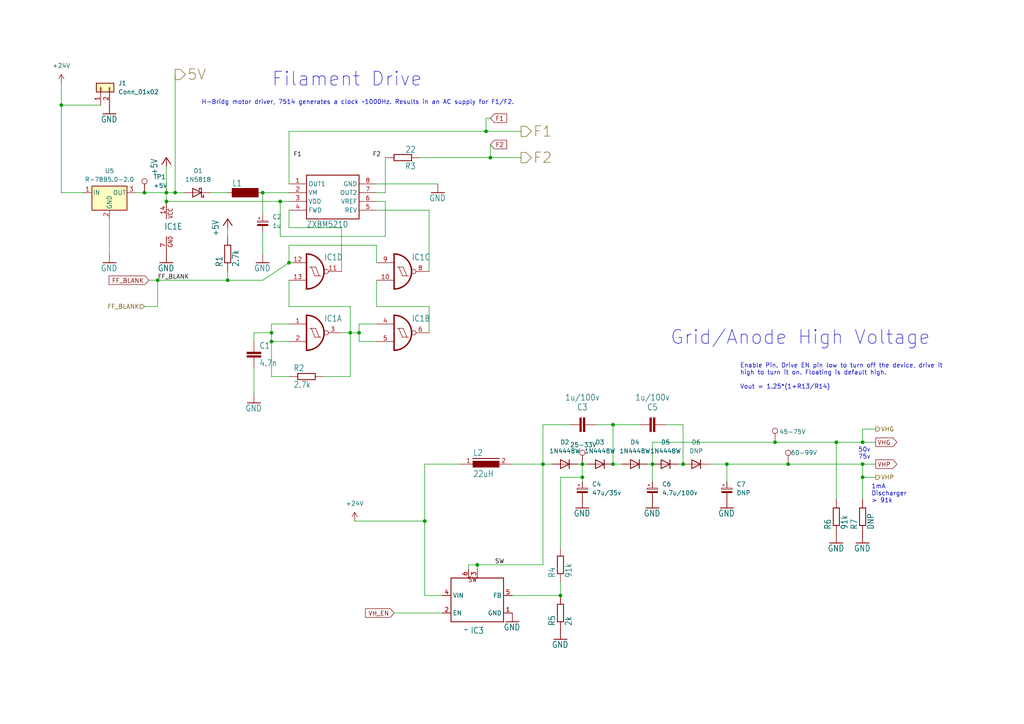
<source format=kicad_sch>
(kicad_sch (version 20231120) (generator "eeschema") (generator_version "8.0")
  (paper "A4")
  (lib_symbols
    (symbol "Connector:TestPoint" (pin_numbers hide) (pin_names (offset 0.762) hide)
      (property "Reference" "TP" (at 0 6.858 0))
      (property "Value" "TestPoint" (at 0 5.08 0))
      (symbol "TestPoint_0_1"
        (circle (center 0 3.302) (radius 0.762))
      )
      (symbol "TestPoint_1_1"
        (pin passive line (at 0 0 90) (length 2.54) (name "1") (number "1"))
      )
    )
    (symbol "Connector_Generic:Conn_01x02" (pin_names (offset 1.016) hide)
      (property "Reference" "J" (at 0 2.54 0))
      (property "Value" "Conn_01x02" (at 0 -5.08 0))
      (symbol "Conn_01x02_1_1"
        (rectangle (start -1.27 -2.413) (end 0 -2.667) (stroke (width 0.1524)))
        (rectangle (start -1.27 0.127) (end 0 -0.127) (stroke (width 0.1524)))
        (rectangle (start -1.27 1.27) (end 1.27 -3.81) (stroke (width 0.254)) (fill (type background)))
        (pin passive line (at -5.08 0 0) (length 3.81) (name "Pin_1") (number "1"))
        (pin passive line (at -5.08 -2.54 0) (length 3.81) (name "Pin_2") (number "2"))
      )
    )
    (symbol "Device:C_Polarized_Small" (pin_numbers hide) (pin_names (offset 0.254) hide)
      (property "Reference" "C" (at 0.254 1.778 0))
      (property "Value" "C_Polarized_Small" (at 0.254 -2.032 0))
      (symbol "C_Polarized_Small_0_1"
        (rectangle (start -1.524 -0.3048) (end 1.524 -0.6858) (fill (type outline)))
        (rectangle (start -1.524 0.6858) (end 1.524 0.3048))
        (polyline (pts (xy -1.27 1.524) (xy -0.762 1.524)))
        (polyline (pts (xy -1.016 1.27) (xy -1.016 1.778)))
      )
      (symbol "C_Polarized_Small_1_1"
        (pin passive line (at 0 2.54 270) (length 1.8542) (name "~") (number "1"))
        (pin passive line (at 0 -2.54 90) (length 1.8542) (name "~") (number "2"))
      )
    )
    (symbol "Diode:1N4448W" (pin_numbers hide) (pin_names hide)
      (property "Reference" "D" (at 0 2.54 0))
      (property "Value" "1N4448W" (at 0 -2.54 0))
      (symbol "1N4448W_0_1"
        (polyline (pts (xy -1.27 1.27) (xy -1.27 -1.27)) (stroke (width 0.254)))
        (polyline (pts (xy 1.27 0) (xy -1.27 0)))
        (polyline (pts (xy 1.27 1.27) (xy 1.27 -1.27) (xy -1.27 0) (xy 1.27 1.27)) (stroke (width 0.254)))
      )
      (symbol "1N4448W_1_1"
        (pin passive line (at -3.81 0 0) (length 2.54) (name "K") (number "1"))
        (pin passive line (at 3.81 0 180) (length 2.54) (name "A") (number "2"))
      )
    )
    (symbol "Diode:1N5818" (pin_numbers hide) (pin_names (offset 1.016) hide)
      (property "Reference" "D" (at 0 2.54 0))
      (property "Value" "1N5818" (at 0 -2.54 0))
      (symbol "1N5818_0_1"
        (polyline (pts (xy 1.27 0) (xy -1.27 0)))
        (polyline (pts (xy 1.27 1.27) (xy 1.27 -1.27) (xy -1.27 0) (xy 1.27 1.27)) (stroke (width 0.254)))
        (polyline (pts (xy -1.905 0.635) (xy -1.905 1.27) (xy -1.27 1.27) (xy -1.27 -1.27) (xy -0.635 -1.27) (xy -0.635 -0.635)) (stroke (width 0.254)))
      )
      (symbol "1N5818_1_1"
        (pin passive line (at -3.81 0 0) (length 2.54) (name "K") (number "1"))
        (pin passive line (at 3.81 0 180) (length 2.54) (name "A") (number "2"))
      )
    )
    (symbol "Regulator_Switching:R-78B5.0-2.0" (pin_names (offset 0.254))
      (property "Reference" "U" (at -3.81 3.175 0))
      (property "Value" "R-78B5.0-2.0" (at 0 3.175 0))
      (symbol "R-78B5.0-2.0_0_1"
        (rectangle (start -5.08 1.905) (end 5.08 -5.08) (stroke (width 0.254)) (fill (type background)))
      )
      (symbol "R-78B5.0-2.0_1_1"
        (pin power_in line (at -7.62 0 0) (length 2.54) (name "IN") (number "1"))
        (pin power_in line (at 0 -7.62 90) (length 2.54) (name "GND") (number "2"))
        (pin power_out line (at 7.62 0 180) (length 2.54) (name "OUT") (number "3"))
      )
    )
    (symbol "VFD-Power-eagle-import:+5V" (power)
      (property "Value" "+5V" (at -2.54 -5.08 90))
      (symbol "+5V_1_0"
        (polyline (pts (xy 0 0) (xy -1.27 -1.905)) (stroke (width 0.254)))
        (polyline (pts (xy 1.27 -1.905) (xy 0 0)) (stroke (width 0.254)))
        (pin power_in line (at 0 -2.54 90) (length 2.54) (name "+5V") (number "1"))
      )
    )
    (symbol "VFD-Power-eagle-import:74132D"
      (property "Reference" "IC" (at -0.635 -0.635 0))
      (symbol "74132D_1_0"
        (arc (start -2.54 -5.08) (mid 2.5179 0) (end -2.54 5.08) (stroke (width 0.4064)))
        (polyline (pts (xy -2.54 5.08) (xy -2.54 -5.08)) (stroke (width 0.4064)))
        (polyline (pts (xy -1.651 1.27) (xy -1.143 1.27)) (stroke (width 0.1524)))
        (polyline (pts (xy -1.143 1.27) (xy 0.127 1.27)) (stroke (width 0.1524)))
        (polyline (pts (xy -0.127 -1.27) (xy -1.143 1.27)) (stroke (width 0.1524)))
        (polyline (pts (xy -0.127 -1.27) (xy 1.143 -1.27)) (stroke (width 0.1524)))
        (polyline (pts (xy 1.143 -1.27) (xy 0.127 1.27)) (stroke (width 0.1524)))
        (polyline (pts (xy 1.143 -1.27) (xy 1.651 -1.27)) (stroke (width 0.1524)))
        (pin input line (at -7.62 2.54 0) (length 5.08) (name "I0") (number "1"))
        (pin input line (at -7.62 -2.54 0) (length 5.08) (name "I1") (number "2"))
        (pin output inverted (at 7.62 0 180) (length 5.08) (name "O") (number "3"))
      )
      (symbol "74132D_2_0"
        (arc (start -2.54 -5.08) (mid 2.5179 0) (end -2.54 5.08) (stroke (width 0.4064)))
        (polyline (pts (xy -2.54 5.08) (xy -2.54 -5.08)) (stroke (width 0.4064)))
        (polyline (pts (xy -1.651 1.27) (xy -1.143 1.27)) (stroke (width 0.1524)))
        (polyline (pts (xy -1.143 1.27) (xy 0.127 1.27)) (stroke (width 0.1524)))
        (polyline (pts (xy -0.127 -1.27) (xy -1.143 1.27)) (stroke (width 0.1524)))
        (polyline (pts (xy -0.127 -1.27) (xy 1.143 -1.27)) (stroke (width 0.1524)))
        (polyline (pts (xy 1.143 -1.27) (xy 0.127 1.27)) (stroke (width 0.1524)))
        (polyline (pts (xy 1.143 -1.27) (xy 1.651 -1.27)) (stroke (width 0.1524)))
        (pin input line (at -7.62 2.54 0) (length 5.08) (name "I0") (number "4"))
        (pin input line (at -7.62 -2.54 0) (length 5.08) (name "I1") (number "5"))
        (pin output inverted (at 7.62 0 180) (length 5.08) (name "O") (number "6"))
      )
      (symbol "74132D_3_0"
        (arc (start -2.54 -5.08) (mid 2.5179 0) (end -2.54 5.08) (stroke (width 0.4064)))
        (polyline (pts (xy -2.54 5.08) (xy -2.54 -5.08)) (stroke (width 0.4064)))
        (polyline (pts (xy -1.651 1.27) (xy -1.143 1.27)) (stroke (width 0.1524)))
        (polyline (pts (xy -1.143 1.27) (xy 0.127 1.27)) (stroke (width 0.1524)))
        (polyline (pts (xy -0.127 -1.27) (xy -1.143 1.27)) (stroke (width 0.1524)))
        (polyline (pts (xy -0.127 -1.27) (xy 1.143 -1.27)) (stroke (width 0.1524)))
        (polyline (pts (xy 1.143 -1.27) (xy 0.127 1.27)) (stroke (width 0.1524)))
        (polyline (pts (xy 1.143 -1.27) (xy 1.651 -1.27)) (stroke (width 0.1524)))
        (pin input line (at -7.62 -2.54 0) (length 5.08) (name "I1") (number "10"))
        (pin output inverted (at 7.62 0 180) (length 5.08) (name "O") (number "8"))
        (pin input line (at -7.62 2.54 0) (length 5.08) (name "I0") (number "9"))
      )
      (symbol "74132D_4_0"
        (arc (start -2.54 -5.08) (mid 2.5179 0) (end -2.54 5.08) (stroke (width 0.4064)))
        (polyline (pts (xy -2.54 5.08) (xy -2.54 -5.08)) (stroke (width 0.4064)))
        (polyline (pts (xy -1.651 1.27) (xy -1.143 1.27)) (stroke (width 0.1524)))
        (polyline (pts (xy -1.143 1.27) (xy 0.127 1.27)) (stroke (width 0.1524)))
        (polyline (pts (xy -0.127 -1.27) (xy -1.143 1.27)) (stroke (width 0.1524)))
        (polyline (pts (xy -0.127 -1.27) (xy 1.143 -1.27)) (stroke (width 0.1524)))
        (polyline (pts (xy 1.143 -1.27) (xy 0.127 1.27)) (stroke (width 0.1524)))
        (polyline (pts (xy 1.143 -1.27) (xy 1.651 -1.27)) (stroke (width 0.1524)))
        (pin output inverted (at 7.62 0 180) (length 5.08) (name "O") (number "11"))
        (pin input line (at -7.62 2.54 0) (length 5.08) (name "I0") (number "12"))
        (pin input line (at -7.62 -2.54 0) (length 5.08) (name "I1") (number "13"))
      )
      (symbol "74132D_5_0"
        (text "GND" (at 1.905 -5.842 900) (effects (font (size 1.27 1.0795)) (justify left bottom)))
        (text "VCC" (at 1.905 2.54 900) (effects (font (size 1.27 1.0795)) (justify left bottom)))
        (pin power_in line (at 0 7.62 270) (length 5.08) (name "VCC") (number "14"))
        (pin power_in line (at 0 -7.62 90) (length 5.08) (name "GND") (number "7"))
      )
    )
    (symbol "VFD-Power-eagle-import:C-EUC1206"
      (property "Reference" "C" (at 1.524 0.381 0))
      (symbol "C-EUC1206_1_0"
        (rectangle (start -2.032 -2.032) (end 2.032 -1.524) (fill (type outline)))
        (rectangle (start -2.032 -1.016) (end 2.032 -0.508) (fill (type outline)))
        (polyline (pts (xy 0 -2.54) (xy 0 -2.032)) (stroke (width 0.1524)))
        (polyline (pts (xy 0 0) (xy 0 -0.508)) (stroke (width 0.1524)))
        (pin passive line (at 0 2.54 270) (length 2.54) (name "1") (number "1"))
        (pin passive line (at 0 -5.08 90) (length 2.54) (name "2") (number "2"))
      )
    )
    (symbol "VFD-Power-eagle-import:DR125"
      (property "Reference" "L" (at -3.81 2.286 0))
      (symbol "DR125_1_0"
        (rectangle (start -3.81 -0.889) (end 3.81 0.889) (fill (type outline)))
        (polyline (pts (xy -3.81 1.651) (xy 3.81 1.651)) (stroke (width 0.254)))
        (pin passive line (at -7.62 0 0) (length 5.08) (name "1") (number "1"))
        (pin passive line (at 7.62 0 180) (length 5.08) (name "2") (number "2"))
      )
    )
    (symbol "VFD-Power-eagle-import:GND" (power)
      (property "Value" "GND" (at -2.54 -2.54 0))
      (symbol "GND_1_0"
        (polyline (pts (xy -1.905 0) (xy 1.905 0)) (stroke (width 0.254)))
        (pin power_in line (at 0 2.54 270) (length 2.54) (name "GND") (number "1"))
      )
    )
    (symbol "VFD-Power-eagle-import:R-EU_0411/15"
      (property "Reference" "R" (at -3.81 1.4986 0))
      (symbol "R-EU_0411/15_1_0"
        (polyline (pts (xy -2.54 -0.889) (xy -2.54 0.889)) (stroke (width 0.254)))
        (polyline (pts (xy -2.54 -0.889) (xy 2.54 -0.889)) (stroke (width 0.254)))
        (polyline (pts (xy 2.54 -0.889) (xy 2.54 0.889)) (stroke (width 0.254)))
        (polyline (pts (xy 2.54 0.889) (xy -2.54 0.889)) (stroke (width 0.254)))
        (pin passive line (at -5.08 0 0) (length 2.54) (name "1") (number "1"))
        (pin passive line (at 5.08 0 180) (length 2.54) (name "2") (number "2"))
      )
    )
    (symbol "VFD-Power-eagle-import:R-EU_R1206"
      (property "Reference" "R" (at -3.81 1.4986 0))
      (symbol "R-EU_R1206_1_0"
        (polyline (pts (xy -2.54 -0.889) (xy -2.54 0.889)) (stroke (width 0.254)))
        (polyline (pts (xy -2.54 -0.889) (xy 2.54 -0.889)) (stroke (width 0.254)))
        (polyline (pts (xy 2.54 -0.889) (xy 2.54 0.889)) (stroke (width 0.254)))
        (polyline (pts (xy 2.54 0.889) (xy -2.54 0.889)) (stroke (width 0.254)))
        (pin passive line (at -5.08 0 0) (length 2.54) (name "1") (number "1"))
        (pin passive line (at 5.08 0 180) (length 2.54) (name "2") (number "2"))
      )
    )
    (symbol "VFD-Power-eagle-import:SM-NE45"
      (property "Reference" "L" (at -3.81 1.778 0))
      (symbol "SM-NE45_1_0"
        (rectangle (start -3.81 -1.27) (end 3.81 1.27) (fill (type outline)))
        (pin passive line (at -5.08 0 0) (length 2.54) (name "1") (number "1"))
        (pin passive line (at 5.08 0 180) (length 2.54) (name "2") (number "2"))
      )
    )
    (symbol "VFD-Power-eagle-import:ZXBM5210"
      (symbol "ZXBM5210_1_0"
        (polyline (pts (xy -7.62 -7.62) (xy 7.62 -7.62)) (stroke (width 0.254)))
        (polyline (pts (xy -7.62 5.08) (xy -7.62 -7.62)) (stroke (width 0.254)))
        (polyline (pts (xy 7.62 -7.62) (xy 7.62 5.08)) (stroke (width 0.254)))
        (polyline (pts (xy 7.62 5.08) (xy -7.62 5.08)) (stroke (width 0.254)))
        (pin bidirectional line (at -12.7 2.54 0) (length 5.08) (name "OUT1") (number "1"))
        (pin bidirectional line (at -12.7 0 0) (length 5.08) (name "VM") (number "2"))
        (pin bidirectional line (at -12.7 -2.54 0) (length 5.08) (name "VDD") (number "3"))
        (pin bidirectional line (at -12.7 -5.08 0) (length 5.08) (name "FWD") (number "4"))
        (pin bidirectional line (at 12.7 -5.08 180) (length 5.08) (name "REV") (number "5"))
        (pin bidirectional line (at 12.7 -2.54 180) (length 5.08) (name "VREF") (number "6"))
        (pin bidirectional line (at 12.7 0 180) (length 5.08) (name "OUT2") (number "7"))
        (pin bidirectional line (at 12.7 2.54 180) (length 5.08) (name "GND") (number "8"))
      )
    )
    (symbol "VFD-Power:C-EUC1206"
      (property "Reference" "C" (at 1.524 0.381 0))
      (symbol "C-EUC1206_1_0"
        (rectangle (start -2.032 -2.032) (end 2.032 -1.524) (fill (type outline)))
        (rectangle (start -2.032 -1.016) (end 2.032 -0.508) (fill (type outline)))
        (polyline (pts (xy 0 -2.54) (xy 0 -2.032)) (stroke (width 0.1524)))
        (polyline (pts (xy 0 0) (xy 0 -0.508)) (stroke (width 0.1524)))
        (pin passive line (at 0 2.54 270) (length 2.54) (name "1") (number "1"))
        (pin passive line (at 0 -5.08 90) (length 2.54) (name "2") (number "2"))
      )
    )
    (symbol "VFD-Power:XL6009"
      (property "Reference" "IC" (at -7.62 6.35 0))
      (symbol "XL6009_1_0"
        (polyline (pts (xy -7.62 -7.62) (xy -7.62 5.08)) (stroke (width 0.254)))
        (polyline (pts (xy -7.62 5.08) (xy 7.62 5.08)) (stroke (width 0.254)))
        (polyline (pts (xy 7.62 -7.62) (xy -7.62 -7.62)) (stroke (width 0.254)))
        (polyline (pts (xy 7.62 5.08) (xy 7.62 -7.62)) (stroke (width 0.254)))
        (text "SW" (at 0 -6.35 0) (effects (font (size 1.4224 1.209)) (justify left bottom)))
        (pin input line (at -10.16 2.54 0) (length 2.54) (name "GND") (number "1"))
        (pin output line (at 10.16 2.54 180) (length 2.54) (name "EN") (number "2"))
        (pin power_in line (at 0 -10.16 90) (length 2.54) (name "SW") (number "3"))
        (pin input line (at 10.16 -2.54 180) (length 2.54) (name "VIN") (number "4"))
        (pin input line (at -10.16 -2.54 0) (length 2.54) (name "FB") (number "5"))
        (pin power_in line (at 2.54 -10.16 90) (length 2.54) (name "SW@1") (number "6"))
      )
    )
    (symbol "power:+24V" (power) (pin_names (offset 0))
      (property "Value" "+24V" (at 0 3.556 0))
      (symbol "+24V_0_1"
        (polyline (pts (xy -0.762 1.27) (xy 0 2.54)))
        (polyline (pts (xy 0 0) (xy 0 2.54)))
        (polyline (pts (xy 0 2.54) (xy 0.762 1.27)))
      )
      (symbol "+24V_1_1"
        (pin power_in line (at 0 0 90) (length 0) hide (name "+24V") (number "1"))
      )
    )
  )
  (junction (at 250.19 128.27))
  (junction (at 104.14 96.52))
  (junction (at 78.74 96.52))
  (junction (at 48.26 55.88))
  (junction (at 242.57 128.27))
  (junction (at 140.97 38.1))
  (junction (at 17.78 30.48))
  (junction (at 45.72 81.28))
  (junction (at 177.8 134.62))
  (junction (at 76.2 55.88))
  (junction (at 250.19 138.43))
  (junction (at 210.82 134.62))
  (junction (at 41.91 55.88))
  (junction (at 162.56 172.72))
  (junction (at 228.6 134.62))
  (junction (at 66.04 81.28))
  (junction (at 168.91 134.62))
  (junction (at 224.79 128.27))
  (junction (at 250.19 134.62))
  (junction (at 101.6 96.52))
  (junction (at 50.8 55.88))
  (junction (at 142.24 45.72))
  (junction (at 123.19 151.13))
  (junction (at 177.8 123.19))
  (junction (at 138.43 163.83))
  (junction (at 81.28 58.42))
  (junction (at 157.48 134.62))
  (junction (at 83.82 76.2))
  (junction (at 168.91 138.43))
  (junction (at 198.12 134.62))
  (junction (at 78.74 99.06))
  (junction (at 189.23 134.62))
  (junction (at 48.26 58.42))
  (wire (pts (xy 189.23 128.27) (xy 189.23 134.62)))
  (wire (pts (xy 76.2 67.31) (xy 76.2 73.66)) (stroke (width 0.1524)))
  (wire (pts (xy 165.1 123.19) (xy 157.48 123.19)))
  (wire (pts (xy 124.46 60.96) (xy 109.22 60.96)) (stroke (width 0.1524)))
  (wire (pts (xy 142.24 45.72) (xy 151.13 45.72)))
  (wire (pts (xy 78.74 109.22) (xy 78.74 99.06)) (stroke (width 0.1524)))
  (wire (pts (xy 104.14 96.52) (xy 101.6 96.52)) (stroke (width 0.1524)))
  (wire (pts (xy 60.96 55.88) (xy 66.04 55.88)))
  (wire (pts (xy 198.12 134.62) (xy 196.85 134.62)))
  (wire (pts (xy 205.74 134.62) (xy 210.82 134.62)))
  (wire (pts (xy 109.22 99.06) (xy 104.14 99.06)) (stroke (width 0.1524)))
  (wire (pts (xy 162.56 158.75) (xy 162.56 138.43)))
  (wire (pts (xy 45.72 88.9) (xy 45.72 81.28)))
  (wire (pts (xy 198.12 123.19) (xy 198.12 134.62)))
  (wire (pts (xy 50.8 21.59) (xy 50.8 55.88)))
  (wire (pts (xy 76.2 55.88) (xy 83.82 55.88)) (stroke (width 0.1524)))
  (wire (pts (xy 172.72 123.19) (xy 177.8 123.19)))
  (wire (pts (xy 41.91 55.88) (xy 48.26 55.88)))
  (wire (pts (xy 83.82 93.98) (xy 78.74 93.98)) (stroke (width 0.1524)))
  (wire (pts (xy 109.22 81.28) (xy 109.22 88.9)) (stroke (width 0.1524)))
  (wire (pts (xy 99.06 66.04) (xy 99.06 78.74)) (stroke (width 0.1524)))
  (wire (pts (xy 170.18 134.62) (xy 168.91 134.62)))
  (wire (pts (xy 210.82 134.62) (xy 228.6 134.62)))
  (wire (pts (xy 81.28 58.42) (xy 83.82 58.42)) (stroke (width 0.1524)))
  (wire (pts (xy 140.97 34.29) (xy 140.97 38.1)))
  (wire (pts (xy 109.22 53.34) (xy 127 53.34)) (stroke (width 0.1524)))
  (wire (pts (xy 148.59 134.62) (xy 157.48 134.62)))
  (wire (pts (xy 109.22 71.12) (xy 83.82 71.12)) (stroke (width 0.1524)))
  (wire (pts (xy 148.59 172.72) (xy 162.56 172.72)))
  (wire (pts (xy 50.8 55.88) (xy 53.34 55.88)))
  (wire (pts (xy 17.78 30.48) (xy 17.78 55.88)))
  (wire (pts (xy 17.78 24.13) (xy 17.78 30.48)))
  (wire (pts (xy 109.22 88.9) (xy 124.46 88.9)) (stroke (width 0.1524)))
  (wire (pts (xy 48.26 55.88) (xy 48.26 54.61)))
  (wire (pts (xy 66.04 78.74) (xy 66.04 81.28)) (stroke (width 0.1524)))
  (wire (pts (xy 250.19 128.27) (xy 242.57 128.27)))
  (wire (pts (xy 177.8 123.19) (xy 177.8 134.62)))
  (wire (pts (xy 250.19 138.43) (xy 254 138.43)))
  (wire (pts (xy 162.56 172.72) (xy 162.56 168.91)))
  (wire (pts (xy 81.28 68.58) (xy 81.28 58.42)) (stroke (width 0.1524)))
  (wire (pts (xy 157.48 134.62) (xy 157.48 163.83)))
  (wire (pts (xy 111.76 68.58) (xy 81.28 68.58)) (stroke (width 0.1524)))
  (wire (pts (xy 224.79 128.27) (xy 189.23 128.27)))
  (wire (pts (xy 157.48 123.19) (xy 157.48 134.62)))
  (wire (pts (xy 250.19 138.43) (xy 250.19 144.78)))
  (wire (pts (xy 180.34 134.62) (xy 177.8 134.62)))
  (wire (pts (xy 123.19 172.72) (xy 123.19 151.13)))
  (wire (pts (xy 109.22 58.42) (xy 111.76 58.42)) (stroke (width 0.1524)))
  (wire (pts (xy 73.66 99.06) (xy 73.66 96.52)) (stroke (width 0.1524)))
  (wire (pts (xy 250.19 134.62) (xy 250.19 138.43)))
  (wire (pts (xy 254 124.46) (xy 250.19 124.46)))
  (wire (pts (xy 50.8 55.88) (xy 48.26 55.88)) (stroke (width 0.1524)))
  (wire (pts (xy 17.78 30.48) (xy 29.21 30.48)))
  (wire (pts (xy 210.82 139.7) (xy 210.82 134.62)))
  (wire (pts (xy 83.82 88.9) (xy 101.6 88.9)) (stroke (width 0.1524)))
  (wire (pts (xy 83.82 38.1) (xy 83.82 53.34)))
  (wire (pts (xy 162.56 138.43) (xy 168.91 138.43)))
  (wire (pts (xy 83.82 109.22) (xy 78.74 109.22)) (stroke (width 0.1524)))
  (wire (pts (xy 111.76 58.42) (xy 111.76 68.58)) (stroke (width 0.1524)))
  (wire (pts (xy 167.64 134.62) (xy 168.91 134.62)))
  (wire (pts (xy 73.66 96.52) (xy 78.74 96.52)) (stroke (width 0.1524)))
  (wire (pts (xy 83.82 71.12) (xy 83.82 76.2)) (stroke (width 0.1524)))
  (wire (pts (xy 48.26 55.88) (xy 48.26 58.42)) (stroke (width 0.1524)))
  (wire (pts (xy 17.78 55.88) (xy 24.13 55.88)))
  (wire (pts (xy 48.26 58.42) (xy 81.28 58.42)) (stroke (width 0.1524)))
  (wire (pts (xy 41.91 88.9) (xy 45.72 88.9)))
  (wire (pts (xy 83.82 60.96) (xy 83.82 66.04)) (stroke (width 0.1524)))
  (wire (pts (xy 83.82 66.04) (xy 99.06 66.04)) (stroke (width 0.1524)))
  (wire (pts (xy 78.74 93.98) (xy 78.74 96.52)) (stroke (width 0.1524)))
  (wire (pts (xy 228.6 134.62) (xy 250.19 134.62)))
  (wire (pts (xy 76.2 62.23) (xy 76.2 55.88)) (stroke (width 0.1524)))
  (wire (pts (xy 142.24 34.29) (xy 140.97 34.29)))
  (wire (pts (xy 48.26 48.26) (xy 48.26 55.88)) (stroke (width 0.1524)))
  (wire (pts (xy 151.13 38.1) (xy 140.97 38.1)))
  (wire (pts (xy 124.46 88.9) (xy 124.46 96.52)) (stroke (width 0.1524)))
  (wire (pts (xy 135.89 165.1) (xy 135.89 163.83)))
  (wire (pts (xy 123.19 151.13) (xy 102.87 151.13)))
  (wire (pts (xy 111.76 45.72) (xy 111.76 55.88)) (stroke (width 0.1524)))
  (wire (pts (xy 104.14 99.06) (xy 104.14 96.52)) (stroke (width 0.1524)))
  (wire (pts (xy 123.19 134.62) (xy 123.19 151.13)))
  (wire (pts (xy 187.96 134.62) (xy 189.23 134.62)))
  (wire (pts (xy 73.66 114.3) (xy 73.66 106.68)) (stroke (width 0.1524)))
  (wire (pts (xy 138.43 163.83) (xy 138.43 165.1)))
  (wire (pts (xy 83.82 88.9) (xy 83.82 81.28)) (stroke (width 0.1524)))
  (wire (pts (xy 109.22 93.98) (xy 104.14 93.98)) (stroke (width 0.1524)))
  (wire (pts (xy 83.82 99.06) (xy 78.74 99.06)) (stroke (width 0.1524)))
  (wire (pts (xy 140.97 38.1) (xy 83.82 38.1)))
  (wire (pts (xy 121.92 45.72) (xy 142.24 45.72)))
  (wire (pts (xy 101.6 88.9) (xy 101.6 96.52)) (stroke (width 0.1524)))
  (wire (pts (xy 133.35 134.62) (xy 123.19 134.62)))
  (wire (pts (xy 104.14 93.98) (xy 104.14 96.52)) (stroke (width 0.1524)))
  (wire (pts (xy 66.04 81.28) (xy 45.72 81.28)) (stroke (width 0.1524)))
  (wire (pts (xy 135.89 163.83) (xy 138.43 163.83)))
  (wire (pts (xy 193.04 123.19) (xy 198.12 123.19)))
  (wire (pts (xy 99.06 96.52) (xy 101.6 96.52)) (stroke (width 0.1524)))
  (wire (pts (xy 168.91 138.43) (xy 168.91 134.62)))
  (wire (pts (xy 160.02 134.62) (xy 157.48 134.62)))
  (wire (pts (xy 142.24 41.91) (xy 142.24 45.72)))
  (wire (pts (xy 101.6 96.52) (xy 101.6 109.22)) (stroke (width 0.1524)))
  (wire (pts (xy 101.6 109.22) (xy 93.98 109.22)) (stroke (width 0.1524)))
  (wire (pts (xy 83.82 76.2) (xy 76.2 81.28)) (stroke (width 0.1524)))
  (wire (pts (xy 45.72 81.28) (xy 43.18 81.28)) (stroke (width 0.1524)))
  (wire (pts (xy 39.37 55.88) (xy 41.91 55.88)))
  (wire (pts (xy 242.57 128.27) (xy 224.79 128.27)))
  (wire (pts (xy 78.74 99.06) (xy 78.74 96.52)) (stroke (width 0.1524)))
  (wire (pts (xy 76.2 81.28) (xy 66.04 81.28)) (stroke (width 0.1524)))
  (wire (pts (xy 242.57 128.27) (xy 242.57 144.78)))
  (wire (pts (xy 124.46 78.74) (xy 124.46 60.96)) (stroke (width 0.1524)))
  (wire (pts (xy 168.91 139.7) (xy 168.91 138.43)))
  (wire (pts (xy 66.04 68.58) (xy 66.04 66.04)) (stroke (width 0.1524)))
  (wire (pts (xy 185.42 123.19) (xy 177.8 123.19)))
  (wire (pts (xy 250.19 124.46) (xy 250.19 128.27)))
  (wire (pts (xy 123.19 172.72) (xy 128.27 172.72)))
  (wire (pts (xy 111.76 55.88) (xy 109.22 55.88)) (stroke (width 0.1524)))
  (wire (pts (xy 189.23 134.62) (xy 189.23 139.7)))
  (wire (pts (xy 157.48 163.83) (xy 138.43 163.83)))
  (wire (pts (xy 114.3 177.8) (xy 128.27 177.8)))
  (wire (pts (xy 109.22 76.2) (xy 109.22 71.12)) (stroke (width 0.1524)))
  (wire (pts (xy 254 128.27) (xy 250.19 128.27)))
  (wire (pts (xy 31.75 63.5) (xy 31.75 73.66)))
  (wire (pts (xy 250.19 134.62) (xy 254 134.62)))
  (text "H-Bridg motor driver, 7514 generates a clock ~1000Hz. Results in an AC supply for F1/F2." (at 58.42 30.48 0) (effects (font (size 1.27 1.27)) (justify left bottom)))
  (text "Filament Drive" (at 78.74 25.4 0) (effects (font (size 4 4)) (justify left bottom)))
  (text "50v\n75v" (at 248.92 133.35 0) (effects (font (size 1.27 1.27)) (justify left bottom)))
  (text "Grid/Anode High Voltage" (at 194.31 100.33 0) (effects (font (size 4 4)) (justify left bottom)))
  (text "Enable Pin. Drive EN pin low to turn off the device, drive it\nhigh to turn it on. Floating is default high.\n\nVout = 1.25*(1+R13/R14)\n" (at 214.63 113.03 0) (effects (font (size 1.27 1.27)) (justify left bottom)))
  (text "1mA\nDischarger\n> 91k" (at 252.73 146.05 0) (effects (font (size 1.27 1.27)) (justify left bottom)))
  (label "F1" (at 85.09 45.72 0) (effects (font (size 1.2446 1.2446))))
  (label "FF_BLANK" (at 45.72 81.28 0) (effects (font (size 1.2446 1.2446))))
  (label "F2" (at 110.49 45.72 180) (effects (font (size 1.2446 1.2446))))
  (label "SW" (at 143.51 163.83 0))
  (global_label "VH_EN" (shape input) (at 114.3 177.8 180) (property "Intersheetrefs" "${INTERSHEET_REFS}" (effects (hide yes))))
  (global_label "F1" (shape input) (at 142.24 34.29 0) (property "Intersheetrefs" "${INTERSHEET_REFS}" (effects (hide yes))))
  (global_label "F2" (shape input) (at 142.24 41.91 0) (property "Intersheetrefs" "${INTERSHEET_REFS}" (effects (hide yes))))
  (global_label "VHP" (shape output) (at 254 134.62 0) (property "Intersheetrefs" "${INTERSHEET_REFS}" (effects (hide yes))))
  (global_label "FF_BLANK" (shape input) (at 43.18 81.28 180) (property "Intersheetrefs" "${INTERSHEET_REFS}" (effects (hide yes))))
  (global_label "VHG" (shape output) (at 254 128.27 0) (property "Intersheetrefs" "${INTERSHEET_REFS}" (effects (hide yes))))
  (hierarchical_label "F1" (shape output) (at 151.13 38.1 0) (effects (font (size 3 3))))
  (hierarchical_label "VHP" (shape output) (at 254 138.43 0))
  (hierarchical_label "FF_BLANK" (shape input) (at 41.91 88.9 180))
  (hierarchical_label "F2" (shape output) (at 151.13 45.72 0) (effects (font (size 3 3))))
  (hierarchical_label "5V" (shape output) (at 50.8 21.59 0) (effects (font (size 3 3))))
  (hierarchical_label "VHG" (shape output) (at 254 124.46 0))
  (symbol (lib_id "Connector_Generic:Conn_01x02") (at 29.21 25.4 90) (unit 1)
    (property "Reference" "J1" (at 34.29 24.1299 90) (effects (justify right)))
    (property "Value" "Conn_01x02" (at 34.29 26.6699 90) (effects (justify right)))
    (property "Footprint" "TerminalBlock_Phoenix:TerminalBlock_Phoenix_MKDS-1,5-2-5.08_1x02_P5.08mm_Horizontal" (effects (hide yes)))
    (property "Description" "Generic connector, single row, 01x02, script generated (kicad-library-utils/schlib/autogen/connector/)" (effects (hide yes)))
  )
  (symbol (lib_id "power:+24V") (at 102.87 151.13 0) (unit 1)
    (property "Reference" "#PWR015" (effects (hide yes)))
    (property "Value" "+24V" (at 102.87 146.05 0))
  )
  (symbol (lib_id "VFD-Power-eagle-import:GND") (at 73.66 116.84 0) (unit 1)
    (property "Reference" "#GND03" (effects (hide yes)))
    (property "Value" "GND" (at 71.12 119.38 0) (effects (font (size 1.778 1.5113)) (justify left bottom)))
  )
  (symbol (lib_id "Device:C_Polarized_Small") (at 189.23 142.24 0) (unit 1)
    (property "Reference" "C6" (at 192.024 140.4239 0) (effects (justify left)))
    (property "Value" "4.7u/100v" (at 192.024 142.9639 0) (effects (justify left)))
    (property "Footprint" "Capacitor_SMD:CP_Elec_6.3x5.8" (effects (hide yes)))
  )
  (symbol (lib_id "Diode:1N4448W") (at 201.93 134.62 180) (unit 1)
    (property "Reference" "D6" (at 201.93 128.27 0))
    (property "Value" "DNP" (at 201.93 130.81 0))
    (property "Footprint" "Diode_SMD:D_SOD-123" (effects (hide yes)))
    (property "Datasheet" "https://www.vishay.com/docs/85722/1n4448w.pdf" (effects (hide yes)))
    (property "Sim.Device" "D" (effects (hide yes)))
    (property "Sim.Pins" "1=K 2=A" (effects (hide yes)))
  )
  (symbol (lib_id "VFD-Power-eagle-import:GND") (at 168.91 147.32 0) (unit 1)
    (property "Reference" "#GND07" (effects (hide yes)))
    (property "Value" "GND" (at 166.37 149.86 0) (effects (font (size 1.778 1.5113)) (justify left bottom)))
  )
  (symbol (lib_id "VFD-Power-eagle-import:GND") (at 31.75 76.2 0) (unit 1)
    (property "Reference" "#GND01" (effects (hide yes)))
    (property "Value" "GND" (at 29.21 78.74 0) (effects (font (size 1.778 1.5113)) (justify left bottom)))
  )
  (symbol (lib_id "VFD-Power-eagle-import:74132D") (at 116.84 78.74 0) (unit 3)
    (property "Reference" "IC1" (at 119.38 75.565 0) (effects (font (size 1.778 1.5113)) (justify left bottom)))
    (property "Value" "74132D" (effects (hide yes)))
    (property "Footprint" "VFD-Power:SO14" (effects (hide yes)))
  )
  (symbol (lib_id "VFD-Power-eagle-import:SM-NE45") (at 71.12 55.88 0) (unit 1)
    (property "Reference" "L1" (at 67.31 54.102 0) (effects (font (size 1.778 1.5113)) (justify left bottom)))
    (property "Value" "SM-NE45" (effects (hide yes)))
    (property "Footprint" "Inductor_SMD:L_Cenker_CKCS5020" (effects (hide yes)))
  )
  (symbol (lib_id "Diode:1N4448W") (at 184.15 134.62 180) (unit 1)
    (property "Reference" "D4" (at 184.15 128.27 0))
    (property "Value" "1N4448W" (at 184.15 130.81 0))
    (property "Footprint" "Diode_SMD:D_SOD-123" (effects (hide yes)))
    (property "Datasheet" "https://www.vishay.com/docs/85722/1n4448w.pdf" (effects (hide yes)))
    (property "Sim.Device" "D" (effects (hide yes)))
    (property "Sim.Pins" "1=K 2=A" (effects (hide yes)))
  )
  (symbol (lib_id "Device:C_Polarized_Small") (at 168.91 142.24 0) (unit 1)
    (property "Reference" "C4" (at 171.704 140.4239 0) (effects (justify left)))
    (property "Value" "47u/35v" (at 171.704 142.9639 0) (effects (justify left)))
    (property "Footprint" "Capacitor_SMD:CP_Elec_6.3x5.8" (effects (hide yes)))
  )
  (symbol (lib_id "VFD-Power-eagle-import:R-EU_R1206") (at 66.04 73.66 90) (unit 1)
    (property "Reference" "R1" (at 64.5414 77.47 0) (effects (font (size 1.778 1.5113)) (justify left bottom)))
    (property "Value" "2.7k" (at 69.342 77.47 0) (effects (font (size 1.778 1.5113)) (justify left bottom)))
    (property "Footprint" "Resistor_SMD:R_0603_1608Metric_Pad0.98x0.95mm_HandSolder" (effects (hide yes)))
  )
  (symbol (lib_id "VFD-Power-eagle-import:+5V") (at 48.26 45.72 0) (unit 1)
    (property "Reference" "#P+01" (effects (hide yes)))
    (property "Value" "+5V" (at 45.72 50.8 90) (effects (font (size 1.778 1.5113)) (justify left bottom)))
  )
  (symbol (lib_id "VFD-Power-eagle-import:74132D") (at 116.84 96.52 0) (unit 2)
    (property "Reference" "IC1" (at 119.38 93.345 0) (effects (font (size 1.778 1.5113)) (justify left bottom)))
    (property "Value" "74132D" (effects (hide yes)))
    (property "Footprint" "VFD-Power:SO14" (effects (hide yes)))
  )
  (symbol (lib_id "VFD-Power-eagle-import:GND") (at 127 55.88 0) (unit 1)
    (property "Reference" "#GND05" (effects (hide yes)))
    (property "Value" "GND" (at 124.46 58.42 0) (effects (font (size 1.778 1.5113)) (justify left bottom)))
  )
  (symbol (lib_id "VFD-Power-eagle-import:GND") (at 31.75 33.02 0) (unit 1)
    (property "Reference" "#GND013" (effects (hide yes)))
    (property "Value" "GND" (at 29.21 35.56 0) (effects (font (size 1.778 1.5113)) (justify left bottom)))
  )
  (symbol (lib_id "VFD-Power-eagle-import:C-EUC1206") (at 73.66 101.6 0) (unit 1)
    (property "Reference" "C1" (at 75.184 101.219 0) (effects (font (size 1.778 1.5113)) (justify left bottom)))
    (property "Value" "4.7n" (at 75.184 106.299 0) (effects (font (size 1.778 1.5113)) (justify left bottom)))
    (property "Footprint" "VFD-Power:C1206" (effects (hide yes)))
  )
  (symbol (lib_id "VFD-Power-eagle-import:DR125") (at 140.97 134.62 0) (unit 1)
    (property "Reference" "L2" (at 137.16 132.334 0) (effects (font (size 1.778 1.5113)) (justify left bottom)))
    (property "Value" "22uH" (at 137.16 138.43 0) (effects (font (size 1.778 1.5113)) (justify left bottom)))
    (property "Footprint" "Inductor_SMD:L_Cenker_CKCS8040" (effects (hide yes)))
  )
  (symbol (lib_id "Diode:1N4448W") (at 173.99 134.62 180) (unit 1)
    (property "Reference" "D3" (at 173.99 128.27 0))
    (property "Value" "1N4448W" (at 173.99 130.81 0))
    (property "Footprint" "Diode_SMD:D_SOD-123" (effects (hide yes)))
    (property "Datasheet" "https://www.vishay.com/docs/85722/1n4448w.pdf" (effects (hide yes)))
    (property "Sim.Device" "D" (effects (hide yes)))
    (property "Sim.Pins" "1=K 2=A" (effects (hide yes)))
  )
  (symbol (lib_id "VFD-Power-eagle-import:GND") (at 250.19 157.48 0) (unit 1)
    (property "Reference" "#GND012" (effects (hide yes)))
    (property "Value" "GND" (at 247.65 160.02 0) (effects (font (size 1.778 1.5113)) (justify left bottom)))
  )
  (symbol (lib_id "VFD-Power:XL6009") (at 138.43 175.26 180) (unit 1)
    (property "Reference" "IC3" (at 138.43 182.88 0) (effects (font (size 1.778 1.5113))))
    (property "Value" "~" (at 135.89 181.61 0) (effects (font (size 1.778 1.5113)) (justify left bottom)))
    (property "Footprint" "VFD-Power:TO263-5" (effects (hide yes)))
  )
  (symbol (lib_id "Device:C_Polarized_Small") (at 210.82 142.24 0) (unit 1)
    (property "Reference" "C7" (at 213.614 140.4239 0) (effects (justify left)))
    (property "Value" "DNP" (at 213.614 142.9639 0) (effects (justify left)))
    (property "Footprint" "Capacitor_SMD:CP_Elec_6.3x5.8" (effects (hide yes)))
  )
  (symbol (lib_id "VFD-Power-eagle-import:GND") (at 76.2 76.2 0) (unit 1)
    (property "Reference" "#GND04" (effects (hide yes)))
    (property "Value" "GND" (at 73.66 78.74 0) (effects (font (size 1.778 1.5113)) (justify left bottom)))
  )
  (symbol (lib_id "VFD-Power-eagle-import:ZXBM5210") (at 96.52 55.88 0) (unit 1)
    (property "Reference" "IC2" (effects (hide yes)))
    (property "Value" "ZXBM5210" (at 88.9 66.04 0) (effects (font (size 1.778 1.5113)) (justify left bottom)))
    (property "Footprint" "VFD-Power:SO8" (effects (hide yes)))
  )
  (symbol (lib_id "VFD-Power-eagle-import:R-EU_R1206") (at 88.9 109.22 0) (unit 1)
    (property "Reference" "R2" (at 85.09 107.7214 0) (effects (font (size 1.778 1.5113)) (justify left bottom)))
    (property "Value" "2.7k" (at 85.09 112.522 0) (effects (font (size 1.778 1.5113)) (justify left bottom)))
    (property "Footprint" "Resistor_SMD:R_0603_1608Metric_Pad0.98x0.95mm_HandSolder" (effects (hide yes)))
  )
  (symbol (lib_id "Device:C_Polarized_Small") (at 76.2 64.77 0) (unit 1)
    (property "Reference" "C2" (at 78.994 62.9539 0) (effects (justify left)))
    (property "Value" "1u" (at 78.994 65.4939 0) (effects (justify left)))
    (property "Footprint" "Capacitor_SMD:C_0603_1608Metric_Pad1.08x0.95mm_HandSolder" (effects (hide yes)))
  )
  (symbol (lib_id "Connector:TestPoint") (at 224.79 128.27 0) (unit 1)
    (property "Reference" "TP3" (effects (hide yes)))
    (property "Value" "45-75V" (at 229.87 125.222 0))
    (property "Footprint" "TestPoint:TestPoint_Pad_2.0x2.0mm" (effects (hide yes)))
  )
  (symbol (lib_id "VFD-Power-eagle-import:GND") (at 162.56 185.42 0) (unit 1)
    (property "Reference" "#GND010" (effects (hide yes)))
    (property "Value" "GND" (at 160.02 187.96 0) (effects (font (size 1.778 1.5113)) (justify left bottom)))
  )
  (symbol (lib_id "VFD-Power:C-EUC1206") (at 167.64 123.19 90) (unit 1)
    (property "Reference" "C3" (at 168.91 118.11 90) (effects (font (size 1.778 1.5113))))
    (property "Value" "1u/100v" (at 173.99 114.3 90) (effects (font (size 1.778 1.5113)) (justify left bottom)))
    (property "Footprint" "Capacitor_SMD:C_1210_3225Metric_Pad1.33x2.70mm_HandSolder" (effects (hide yes)))
  )
  (symbol (lib_id "Diode:1N4448W") (at 163.83 134.62 180) (unit 1)
    (property "Reference" "D2" (at 163.83 128.27 0))
    (property "Value" "1N4448W" (at 163.83 130.81 0))
    (property "Footprint" "Diode_SMD:D_SOD-123" (effects (hide yes)))
    (property "Datasheet" "https://www.vishay.com/docs/85722/1n4448w.pdf" (effects (hide yes)))
    (property "Sim.Device" "D" (effects (hide yes)))
    (property "Sim.Pins" "1=K 2=A" (effects (hide yes)))
  )
  (symbol (lib_id "VFD-Power-eagle-import:74132D") (at 48.26 66.04 0) (unit 5)
    (property "Reference" "IC1" (at 47.625 66.675 0) (effects (font (size 1.778 1.5113)) (justify left bottom)))
    (property "Value" "74132D" (effects (hide yes)))
    (property "Footprint" "VFD-Power:SO14" (effects (hide yes)))
  )
  (symbol (lib_id "Connector:TestPoint") (at 228.6 134.62 0) (unit 1)
    (property "Reference" "TP4" (effects (hide yes)))
    (property "Value" "60-99V" (at 233.172 131.318 0))
    (property "Footprint" "TestPoint:TestPoint_Pad_2.0x2.0mm" (effects (hide yes)))
  )
  (symbol (lib_id "VFD-Power-eagle-import:GND") (at 48.26 76.2 0) (unit 1)
    (property "Reference" "#GND02" (effects (hide yes)))
    (property "Value" "GND" (at 45.72 78.74 0) (effects (font (size 1.778 1.5113)) (justify left bottom)))
  )
  (symbol (lib_id "Connector:TestPoint") (at 168.91 134.62 0) (unit 1)
    (property "Reference" "TP2" (effects (hide yes)))
    (property "Value" "25-33V" (at 169.164 129.032 0))
    (property "Footprint" "TestPoint:TestPoint_Pad_2.0x2.0mm" (effects (hide yes)))
  )
  (symbol (lib_id "VFD-Power-eagle-import:74132D") (at 91.44 96.52 0) (unit 1)
    (property "Reference" "IC1" (at 93.98 93.345 0) (effects (font (size 1.778 1.5113)) (justify left bottom)))
    (property "Value" "74132D" (effects (hide yes)))
    (property "Footprint" "VFD-Power:SO14" (effects (hide yes)))
  )
  (symbol (lib_id "VFD-Power-eagle-import:GND") (at 148.59 180.34 0) (unit 1)
    (property "Reference" "#GND06" (effects (hide yes)))
    (property "Value" "GND" (at 146.05 182.88 0) (effects (font (size 1.778 1.5113)) (justify left bottom)))
  )
  (symbol (lib_id "Diode:1N4448W") (at 193.04 134.62 180) (unit 1)
    (property "Reference" "D5" (at 193.04 128.27 0))
    (property "Value" "1N4448W" (at 193.04 130.81 0))
    (property "Footprint" "Diode_SMD:D_SOD-123" (effects (hide yes)))
    (property "Datasheet" "https://www.vishay.com/docs/85722/1n4448w.pdf" (effects (hide yes)))
    (property "Sim.Device" "D" (effects (hide yes)))
    (property "Sim.Pins" "1=K 2=A" (effects (hide yes)))
  )
  (symbol (lib_id "VFD-Power-eagle-import:R-EU_0411/15") (at 116.84 45.72 180) (unit 1)
    (property "Reference" "R3" (at 120.65 47.2186 0) (effects (font (size 1.778 1.5113)) (justify left bottom)))
    (property "Value" "22" (at 120.65 42.418 0) (effects (font (size 1.778 1.5113)) (justify left bottom)))
    (property "Footprint" "VFD-Power:0411_15" (effects (hide yes)))
  )
  (symbol (lib_id "power:+24V") (at 17.78 24.13 0) (unit 1)
    (property "Reference" "#PWR014" (effects (hide yes)))
    (property "Value" "+24V" (at 17.78 19.05 0))
  )
  (symbol (lib_id "Connector:TestPoint") (at 41.91 55.88 0) (unit 1)
    (property "Reference" "TP1" (at 44.45 51.308 0) (effects (justify left)))
    (property "Value" "+5V" (at 44.45 53.848 0) (effects (justify left)))
    (property "Footprint" "TestPoint:TestPoint_Pad_2.0x2.0mm" (effects (hide yes)))
  )
  (symbol (lib_id "Diode:1N5818") (at 57.15 55.88 180) (unit 1)
    (property "Reference" "D1" (at 57.4675 49.53 0))
    (property "Value" "1N5818" (at 57.4675 52.07 0))
    (property "Footprint" "Diode_SMD:D_SOD-123" (effects (hide yes)))
    (property "Datasheet" "http://www.vishay.com/docs/88525/1n5817.pdf" (effects (hide yes)))
  )
  (symbol (lib_id "VFD-Power:C-EUC1206") (at 187.96 123.19 90) (unit 1)
    (property "Reference" "C5" (at 189.23 118.11 90) (effects (font (size 1.778 1.5113))))
    (property "Value" "1u/100v" (at 194.31 114.3 90) (effects (font (size 1.778 1.5113)) (justify left bottom)))
    (property "Footprint" "Capacitor_SMD:C_1210_3225Metric_Pad1.33x2.70mm_HandSolder" (effects (hide yes)))
  )
  (symbol (lib_id "VFD-Power-eagle-import:GND") (at 210.82 147.32 0) (unit 1)
    (property "Reference" "#GND09" (effects (hide yes)))
    (property "Value" "GND" (at 208.28 149.86 0) (effects (font (size 1.778 1.5113)) (justify left bottom)))
  )
  (symbol (lib_id "VFD-Power-eagle-import:+5V") (at 66.04 63.5 0) (unit 1)
    (property "Reference" "#P+02" (effects (hide yes)))
    (property "Value" "+5V" (at 63.5 68.58 90) (effects (font (size 1.778 1.5113)) (justify left bottom)))
  )
  (symbol (lib_id "VFD-Power-eagle-import:R-EU_R1206") (at 162.56 163.83 90) (unit 1)
    (property "Reference" "R4" (at 161.0614 167.64 0) (effects (font (size 1.778 1.5113)) (justify left bottom)))
    (property "Value" "91k" (at 165.862 167.64 0) (effects (font (size 1.778 1.5113)) (justify left bottom)))
    (property "Footprint" "Resistor_THT:R_Axial_DIN0207_L6.3mm_D2.5mm_P10.16mm_Horizontal" (effects (hide yes)))
  )
  (symbol (lib_id "VFD-Power-eagle-import:R-EU_R1206") (at 250.19 149.86 90) (unit 1)
    (property "Reference" "R7" (at 248.6914 153.67 0) (effects (font (size 1.778 1.5113)) (justify left bottom)))
    (property "Value" "DNP" (at 253.492 153.67 0) (effects (font (size 1.778 1.5113)) (justify left bottom)))
    (property "Footprint" "Resistor_SMD:R_0603_1608Metric_Pad0.98x0.95mm_HandSolder" (effects (hide yes)))
  )
  (symbol (lib_id "VFD-Power-eagle-import:R-EU_R1206") (at 242.57 149.86 90) (unit 1)
    (property "Reference" "R6" (at 241.0714 153.67 0) (effects (font (size 1.778 1.5113)) (justify left bottom)))
    (property "Value" "91k" (at 245.872 153.67 0) (effects (font (size 1.778 1.5113)) (justify left bottom)))
    (property "Footprint" "Resistor_SMD:R_0603_1608Metric_Pad0.98x0.95mm_HandSolder" (effects (hide yes)))
  )
  (symbol (lib_id "VFD-Power-eagle-import:74132D") (at 91.44 78.74 0) (unit 4)
    (property "Reference" "IC1" (at 93.98 75.565 0) (effects (font (size 1.778 1.5113)) (justify left bottom)))
    (property "Value" "74132D" (effects (hide yes)))
    (property "Footprint" "VFD-Power:SO14" (effects (hide yes)))
  )
  (symbol (lib_id "VFD-Power-eagle-import:GND") (at 189.23 147.32 0) (unit 1)
    (property "Reference" "#GND08" (effects (hide yes)))
    (property "Value" "GND" (at 186.69 149.86 0) (effects (font (size 1.778 1.5113)) (justify left bottom)))
  )
  (symbol (lib_id "Regulator_Switching:R-78B5.0-2.0") (at 31.75 55.88 0) (unit 1)
    (property "Reference" "U5" (at 31.75 49.53 0))
    (property "Value" "R-78B5.0-2.0" (at 31.75 52.07 0))
    (property "Footprint" "Converter_DCDC:Converter_DCDC_RECOM_R-78E-0.5_THT" (effects (hide yes)))
    (property "Datasheet" "https://www.recom-power.com/pdf/Innoline/R-78Bxx-2.0.pdf" (effects (hide yes)))
  )
  (symbol (lib_id "VFD-Power-eagle-import:R-EU_R1206") (at 162.56 177.8 90) (unit 1)
    (property "Reference" "R5" (at 161.0614 181.61 0) (effects (font (size 1.778 1.5113)) (justify left bottom)))
    (property "Value" "2k" (at 165.862 181.61 0) (effects (font (size 1.778 1.5113)) (justify left bottom)))
    (property "Footprint" "Resistor_THT:R_Axial_DIN0207_L6.3mm_D2.5mm_P10.16mm_Horizontal" (effects (hide yes)))
  )
  (symbol (lib_id "VFD-Power-eagle-import:GND") (at 242.57 157.48 0) (unit 1)
    (property "Reference" "#GND011" (effects (hide yes)))
    (property "Value" "GND" (at 240.03 160.02 0) (effects (font (size 1.778 1.5113)) (justify left bottom)))
  )
)
</source>
